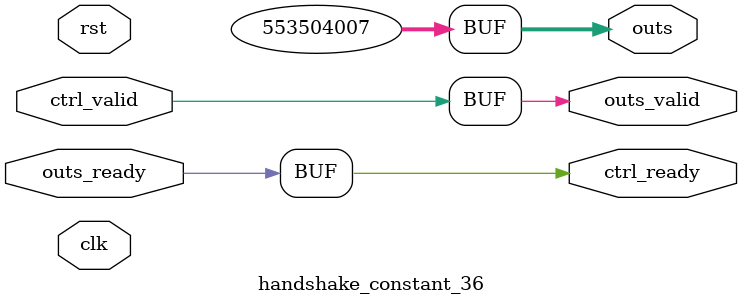
<source format=v>
`timescale 1ns / 1ps
module handshake_constant_36 #(
  parameter DATA_WIDTH = 32  // Default set to 32 bits
) (
  input                       clk,
  input                       rst,
  // Input Channel
  input                       ctrl_valid,
  output                      ctrl_ready,
  // Output Channel
  output [DATA_WIDTH - 1 : 0] outs,
  output                      outs_valid,
  input                       outs_ready
);
  assign outs       = 36'b011000100000111111011100110100000111;
  assign outs_valid = ctrl_valid;
  assign ctrl_ready = outs_ready;

endmodule

</source>
